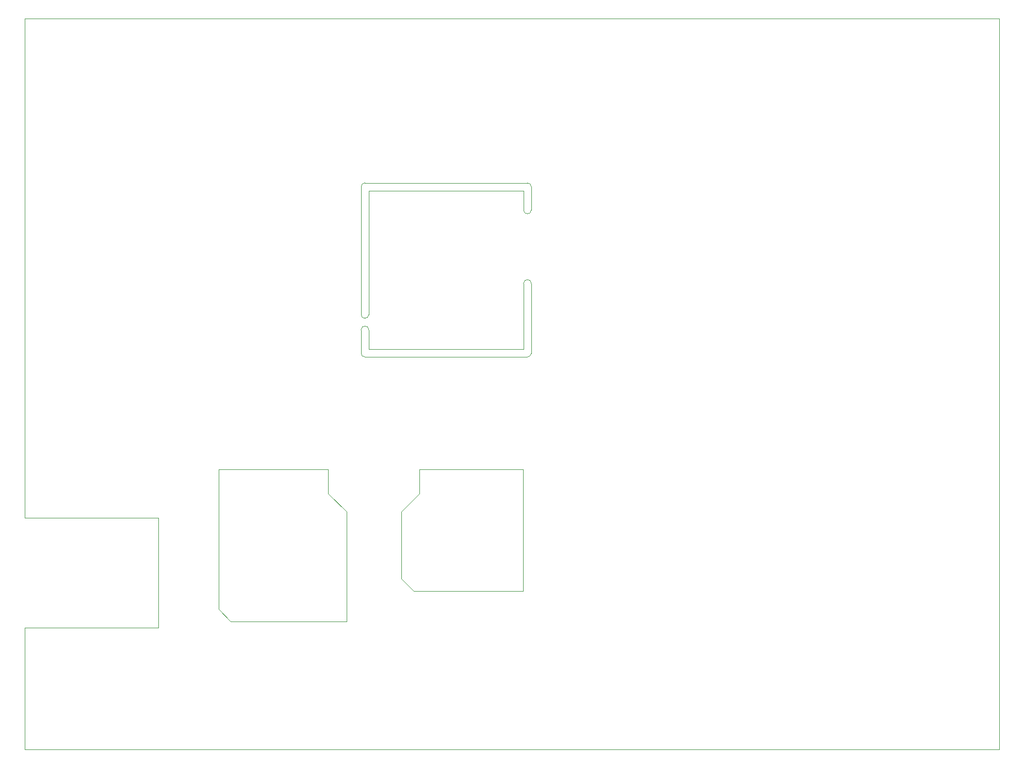
<source format=gbr>
G04 #@! TF.GenerationSoftware,KiCad,Pcbnew,5.1.6*
G04 #@! TF.CreationDate,2020-07-14T20:01:31+02:00*
G04 #@! TF.ProjectId,Mainboard,4d61696e-626f-4617-9264-2e6b69636164,rev?*
G04 #@! TF.SameCoordinates,Original*
G04 #@! TF.FileFunction,Profile,NP*
%FSLAX46Y46*%
G04 Gerber Fmt 4.6, Leading zero omitted, Abs format (unit mm)*
G04 Created by KiCad (PCBNEW 5.1.6) date 2020-07-14 20:01:31*
%MOMM*%
%LPD*%
G01*
G04 APERTURE LIST*
G04 #@! TA.AperFunction,Profile*
%ADD10C,0.050000*%
G04 #@! TD*
G04 APERTURE END LIST*
D10*
X151840000Y-113975000D02*
X134840000Y-113975000D01*
X151840000Y-133975000D02*
X151840000Y-113975000D01*
X133840000Y-133975000D02*
X151840000Y-133975000D01*
X131840000Y-131975000D02*
X133840000Y-133975000D01*
X131840000Y-120975000D02*
X131840000Y-131975000D01*
X134840000Y-117975000D02*
X131840000Y-120975000D01*
X134840000Y-113975000D02*
X134840000Y-117975000D01*
X101840000Y-136975000D02*
X101840000Y-113975000D01*
X103840000Y-138975000D02*
X101840000Y-136975000D01*
X122840000Y-138975000D02*
X103840000Y-138975000D01*
X122840000Y-120975000D02*
X122840000Y-138975000D01*
X119840000Y-117975000D02*
X122840000Y-120975000D01*
X119840000Y-113975000D02*
X119840000Y-117975000D01*
X101840000Y-113975000D02*
X119840000Y-113975000D01*
X70000000Y-122000000D02*
X70000000Y-40000000D01*
X70000000Y-160000000D02*
X70000000Y-140000000D01*
X92000000Y-122000000D02*
X92000000Y-140000000D01*
X92000000Y-140000000D02*
X70000000Y-140000000D01*
X92000000Y-122000000D02*
X70000000Y-122000000D01*
X153175000Y-67615000D02*
X153175000Y-71425000D01*
X125870000Y-66980000D02*
X152540000Y-66980000D01*
X125235000Y-88570000D02*
X125235000Y-67615000D01*
X126505000Y-68250000D02*
X126505000Y-88570000D01*
X151905000Y-68250000D02*
X126505000Y-68250000D01*
X151905000Y-71425000D02*
X151905000Y-68250000D01*
X126505000Y-88570000D02*
G75*
G02*
X125235000Y-88570000I-635000J0D01*
G01*
X125235000Y-67615000D02*
G75*
G02*
X125870000Y-66980000I635000J0D01*
G01*
X152540000Y-66980000D02*
G75*
G02*
X153175000Y-67615000I0J-635000D01*
G01*
X153175000Y-71425000D02*
G75*
G02*
X151905000Y-71425000I-635000J0D01*
G01*
X125235000Y-91110000D02*
X125235000Y-94920000D01*
X125235000Y-91110000D02*
G75*
G02*
X126505000Y-91110000I635000J0D01*
G01*
X125870000Y-95555000D02*
G75*
G02*
X125235000Y-94920000I0J635000D01*
G01*
X152540000Y-95555000D02*
X125870000Y-95555000D01*
X153175000Y-83490000D02*
X153175000Y-94920000D01*
X153175000Y-94920000D02*
G75*
G02*
X152540000Y-95555000I-635000J0D01*
G01*
X126505000Y-94285000D02*
X126505000Y-91110000D01*
X151905000Y-94285000D02*
X126505000Y-94285000D01*
X151905000Y-83490000D02*
X151905000Y-94285000D01*
X151905000Y-83490000D02*
G75*
G02*
X153175000Y-83490000I635000J0D01*
G01*
X230000000Y-160000000D02*
X70000000Y-160000000D01*
X230000000Y-40000000D02*
X230000000Y-160000000D01*
X70000000Y-40000000D02*
X230000000Y-40000000D01*
M02*

</source>
